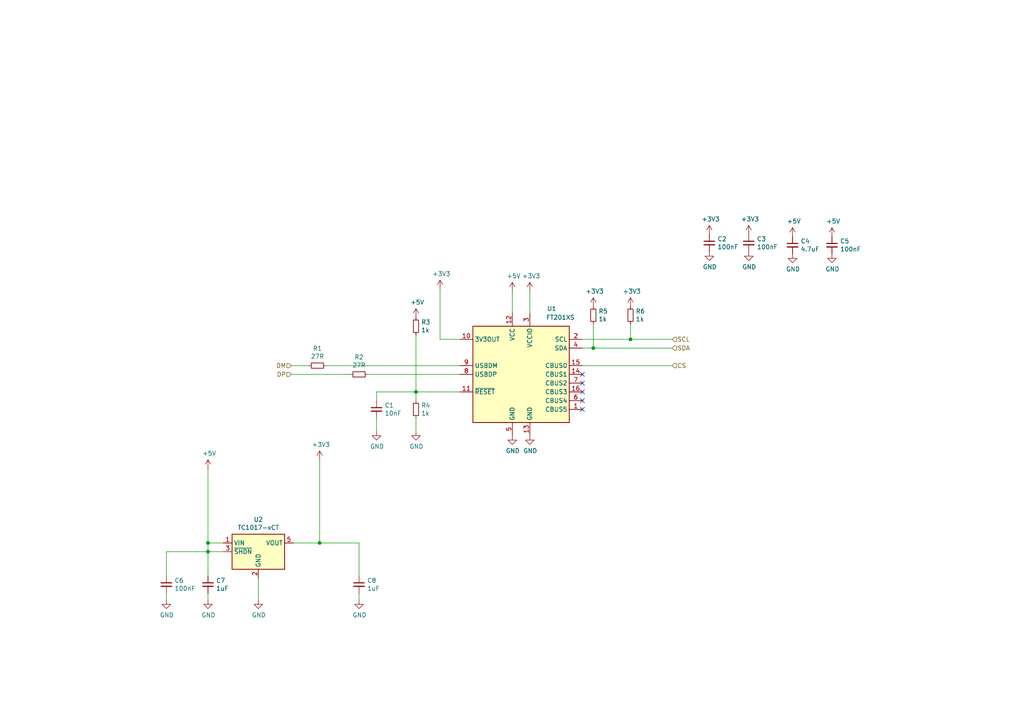
<source format=kicad_sch>
(kicad_sch (version 20211123) (generator eeschema)

  (uuid 32667662-ae86-4904-b198-3e95f11851bf)

  (paper "A4")

  (lib_symbols
    (symbol "Device:C_Small" (pin_numbers hide) (pin_names (offset 0.254) hide) (in_bom yes) (on_board yes)
      (property "Reference" "C" (id 0) (at 0.254 1.778 0)
        (effects (font (size 1.27 1.27)) (justify left))
      )
      (property "Value" "C_Small" (id 1) (at 0.254 -2.032 0)
        (effects (font (size 1.27 1.27)) (justify left))
      )
      (property "Footprint" "" (id 2) (at 0 0 0)
        (effects (font (size 1.27 1.27)) hide)
      )
      (property "Datasheet" "~" (id 3) (at 0 0 0)
        (effects (font (size 1.27 1.27)) hide)
      )
      (property "ki_keywords" "capacitor cap" (id 4) (at 0 0 0)
        (effects (font (size 1.27 1.27)) hide)
      )
      (property "ki_description" "Unpolarized capacitor, small symbol" (id 5) (at 0 0 0)
        (effects (font (size 1.27 1.27)) hide)
      )
      (property "ki_fp_filters" "C_*" (id 6) (at 0 0 0)
        (effects (font (size 1.27 1.27)) hide)
      )
      (symbol "C_Small_0_1"
        (polyline
          (pts
            (xy -1.524 -0.508)
            (xy 1.524 -0.508)
          )
          (stroke (width 0.3302) (type default) (color 0 0 0 0))
          (fill (type none))
        )
        (polyline
          (pts
            (xy -1.524 0.508)
            (xy 1.524 0.508)
          )
          (stroke (width 0.3048) (type default) (color 0 0 0 0))
          (fill (type none))
        )
      )
      (symbol "C_Small_1_1"
        (pin passive line (at 0 2.54 270) (length 2.032)
          (name "~" (effects (font (size 1.27 1.27))))
          (number "1" (effects (font (size 1.27 1.27))))
        )
        (pin passive line (at 0 -2.54 90) (length 2.032)
          (name "~" (effects (font (size 1.27 1.27))))
          (number "2" (effects (font (size 1.27 1.27))))
        )
      )
    )
    (symbol "Device:R_Small" (pin_numbers hide) (pin_names (offset 0.254) hide) (in_bom yes) (on_board yes)
      (property "Reference" "R" (id 0) (at 0.762 0.508 0)
        (effects (font (size 1.27 1.27)) (justify left))
      )
      (property "Value" "R_Small" (id 1) (at 0.762 -1.016 0)
        (effects (font (size 1.27 1.27)) (justify left))
      )
      (property "Footprint" "" (id 2) (at 0 0 0)
        (effects (font (size 1.27 1.27)) hide)
      )
      (property "Datasheet" "~" (id 3) (at 0 0 0)
        (effects (font (size 1.27 1.27)) hide)
      )
      (property "ki_keywords" "R resistor" (id 4) (at 0 0 0)
        (effects (font (size 1.27 1.27)) hide)
      )
      (property "ki_description" "Resistor, small symbol" (id 5) (at 0 0 0)
        (effects (font (size 1.27 1.27)) hide)
      )
      (property "ki_fp_filters" "R_*" (id 6) (at 0 0 0)
        (effects (font (size 1.27 1.27)) hide)
      )
      (symbol "R_Small_0_1"
        (rectangle (start -0.762 1.778) (end 0.762 -1.778)
          (stroke (width 0.2032) (type default) (color 0 0 0 0))
          (fill (type none))
        )
      )
      (symbol "R_Small_1_1"
        (pin passive line (at 0 2.54 270) (length 0.762)
          (name "~" (effects (font (size 1.27 1.27))))
          (number "1" (effects (font (size 1.27 1.27))))
        )
        (pin passive line (at 0 -2.54 90) (length 0.762)
          (name "~" (effects (font (size 1.27 1.27))))
          (number "2" (effects (font (size 1.27 1.27))))
        )
      )
    )
    (symbol "Interface_USB:FT201XS" (in_bom yes) (on_board yes)
      (property "Reference" "U" (id 0) (at -13.97 15.24 0)
        (effects (font (size 1.27 1.27)) (justify left))
      )
      (property "Value" "FT201XS" (id 1) (at 7.62 15.24 0)
        (effects (font (size 1.27 1.27)) (justify left))
      )
      (property "Footprint" "Package_SO:SSOP-16_3.9x4.9mm_P0.635mm" (id 2) (at 25.4 -15.24 0)
        (effects (font (size 1.27 1.27)) hide)
      )
      (property "Datasheet" "https://www.ftdichip.com/Support/Documents/DataSheets/ICs/DS_FT201X.pdf" (id 3) (at 0 0 0)
        (effects (font (size 1.27 1.27)) hide)
      )
      (property "ki_keywords" "FTDI USB I2C Interface Converter" (id 4) (at 0 0 0)
        (effects (font (size 1.27 1.27)) hide)
      )
      (property "ki_description" "Full Speed USB to I2C Bridge, SSOP-16" (id 5) (at 0 0 0)
        (effects (font (size 1.27 1.27)) hide)
      )
      (property "ki_fp_filters" "SSOP*3.9x4.9mm*P0.635mm*" (id 6) (at 0 0 0)
        (effects (font (size 1.27 1.27)) hide)
      )
      (symbol "FT201XS_0_1"
        (rectangle (start -13.97 13.97) (end 13.97 -13.97)
          (stroke (width 0.254) (type default) (color 0 0 0 0))
          (fill (type background))
        )
      )
      (symbol "FT201XS_1_1"
        (pin bidirectional line (at 17.78 -10.16 180) (length 3.81)
          (name "CBUS5" (effects (font (size 1.27 1.27))))
          (number "1" (effects (font (size 1.27 1.27))))
        )
        (pin power_out line (at -17.78 10.16 0) (length 3.81)
          (name "3V3OUT" (effects (font (size 1.27 1.27))))
          (number "10" (effects (font (size 1.27 1.27))))
        )
        (pin input line (at -17.78 -5.08 0) (length 3.81)
          (name "~{RESET}" (effects (font (size 1.27 1.27))))
          (number "11" (effects (font (size 1.27 1.27))))
        )
        (pin power_in line (at -2.54 17.78 270) (length 3.81)
          (name "VCC" (effects (font (size 1.27 1.27))))
          (number "12" (effects (font (size 1.27 1.27))))
        )
        (pin power_in line (at 2.54 -17.78 90) (length 3.81)
          (name "GND" (effects (font (size 1.27 1.27))))
          (number "13" (effects (font (size 1.27 1.27))))
        )
        (pin bidirectional line (at 17.78 0 180) (length 3.81)
          (name "CBUS1" (effects (font (size 1.27 1.27))))
          (number "14" (effects (font (size 1.27 1.27))))
        )
        (pin bidirectional line (at 17.78 2.54 180) (length 3.81)
          (name "CBUS0" (effects (font (size 1.27 1.27))))
          (number "15" (effects (font (size 1.27 1.27))))
        )
        (pin bidirectional line (at 17.78 -5.08 180) (length 3.81)
          (name "CBUS3" (effects (font (size 1.27 1.27))))
          (number "16" (effects (font (size 1.27 1.27))))
        )
        (pin input line (at 17.78 10.16 180) (length 3.81)
          (name "SCL" (effects (font (size 1.27 1.27))))
          (number "2" (effects (font (size 1.27 1.27))))
        )
        (pin power_out line (at 2.54 17.78 270) (length 3.81)
          (name "VCCIO" (effects (font (size 1.27 1.27))))
          (number "3" (effects (font (size 1.27 1.27))))
        )
        (pin bidirectional line (at 17.78 7.62 180) (length 3.81)
          (name "SDA" (effects (font (size 1.27 1.27))))
          (number "4" (effects (font (size 1.27 1.27))))
        )
        (pin power_in line (at -2.54 -17.78 90) (length 3.81)
          (name "GND" (effects (font (size 1.27 1.27))))
          (number "5" (effects (font (size 1.27 1.27))))
        )
        (pin bidirectional line (at 17.78 -7.62 180) (length 3.81)
          (name "CBUS4" (effects (font (size 1.27 1.27))))
          (number "6" (effects (font (size 1.27 1.27))))
        )
        (pin bidirectional line (at 17.78 -2.54 180) (length 3.81)
          (name "CBUS2" (effects (font (size 1.27 1.27))))
          (number "7" (effects (font (size 1.27 1.27))))
        )
        (pin bidirectional line (at -17.78 0 0) (length 3.81)
          (name "USBDP" (effects (font (size 1.27 1.27))))
          (number "8" (effects (font (size 1.27 1.27))))
        )
        (pin bidirectional line (at -17.78 2.54 0) (length 3.81)
          (name "USBDM" (effects (font (size 1.27 1.27))))
          (number "9" (effects (font (size 1.27 1.27))))
        )
      )
    )
    (symbol "Regulator_Linear:TC1017-xCT" (in_bom yes) (on_board yes)
      (property "Reference" "U" (id 0) (at -6.35 6.35 0)
        (effects (font (size 1.27 1.27)) (justify left))
      )
      (property "Value" "TC1017-xCT" (id 1) (at 0 6.35 0)
        (effects (font (size 1.27 1.27)) (justify left))
      )
      (property "Footprint" "Package_TO_SOT_SMD:SOT-23-5" (id 2) (at -6.35 8.89 0)
        (effects (font (size 1.27 1.27) italic) (justify left) hide)
      )
      (property "Datasheet" "http://ww1.microchip.com/downloads/en/DeviceDoc/21813F.pdf" (id 3) (at 0 -2.54 0)
        (effects (font (size 1.27 1.27)) hide)
      )
      (property "ki_keywords" "LDO Linear Voltage Regulator" (id 4) (at 0 0 0)
        (effects (font (size 1.27 1.27)) hide)
      )
      (property "ki_description" "150mA, Tiny CMOS LDO With Shutdown, SOT-23-5" (id 5) (at 0 0 0)
        (effects (font (size 1.27 1.27)) hide)
      )
      (property "ki_fp_filters" "SOT?23*" (id 6) (at 0 0 0)
        (effects (font (size 1.27 1.27)) hide)
      )
      (symbol "TC1017-xCT_0_1"
        (rectangle (start -7.62 5.08) (end 7.62 -5.08)
          (stroke (width 0.254) (type default) (color 0 0 0 0))
          (fill (type background))
        )
      )
      (symbol "TC1017-xCT_1_1"
        (pin power_in line (at -10.16 2.54 0) (length 2.54)
          (name "VIN" (effects (font (size 1.27 1.27))))
          (number "1" (effects (font (size 1.27 1.27))))
        )
        (pin power_in line (at 0 -7.62 90) (length 2.54)
          (name "GND" (effects (font (size 1.27 1.27))))
          (number "2" (effects (font (size 1.27 1.27))))
        )
        (pin input line (at -10.16 0 0) (length 2.54)
          (name "~{SHDN}" (effects (font (size 1.27 1.27))))
          (number "3" (effects (font (size 1.27 1.27))))
        )
        (pin no_connect line (at 7.62 0 180) (length 2.54) hide
          (name "NC" (effects (font (size 1.27 1.27))))
          (number "4" (effects (font (size 1.27 1.27))))
        )
        (pin power_out line (at 10.16 2.54 180) (length 2.54)
          (name "VOUT" (effects (font (size 1.27 1.27))))
          (number "5" (effects (font (size 1.27 1.27))))
        )
      )
    )
    (symbol "power:+3.3V" (power) (pin_names (offset 0)) (in_bom yes) (on_board yes)
      (property "Reference" "#PWR" (id 0) (at 0 -3.81 0)
        (effects (font (size 1.27 1.27)) hide)
      )
      (property "Value" "+3.3V" (id 1) (at 0 3.556 0)
        (effects (font (size 1.27 1.27)))
      )
      (property "Footprint" "" (id 2) (at 0 0 0)
        (effects (font (size 1.27 1.27)) hide)
      )
      (property "Datasheet" "" (id 3) (at 0 0 0)
        (effects (font (size 1.27 1.27)) hide)
      )
      (property "ki_keywords" "power-flag" (id 4) (at 0 0 0)
        (effects (font (size 1.27 1.27)) hide)
      )
      (property "ki_description" "Power symbol creates a global label with name \"+3.3V\"" (id 5) (at 0 0 0)
        (effects (font (size 1.27 1.27)) hide)
      )
      (symbol "+3.3V_0_1"
        (polyline
          (pts
            (xy -0.762 1.27)
            (xy 0 2.54)
          )
          (stroke (width 0) (type default) (color 0 0 0 0))
          (fill (type none))
        )
        (polyline
          (pts
            (xy 0 0)
            (xy 0 2.54)
          )
          (stroke (width 0) (type default) (color 0 0 0 0))
          (fill (type none))
        )
        (polyline
          (pts
            (xy 0 2.54)
            (xy 0.762 1.27)
          )
          (stroke (width 0) (type default) (color 0 0 0 0))
          (fill (type none))
        )
      )
      (symbol "+3.3V_1_1"
        (pin power_in line (at 0 0 90) (length 0) hide
          (name "+3V3" (effects (font (size 1.27 1.27))))
          (number "1" (effects (font (size 1.27 1.27))))
        )
      )
    )
    (symbol "power:+5V" (power) (pin_names (offset 0)) (in_bom yes) (on_board yes)
      (property "Reference" "#PWR" (id 0) (at 0 -3.81 0)
        (effects (font (size 1.27 1.27)) hide)
      )
      (property "Value" "+5V" (id 1) (at 0 3.556 0)
        (effects (font (size 1.27 1.27)))
      )
      (property "Footprint" "" (id 2) (at 0 0 0)
        (effects (font (size 1.27 1.27)) hide)
      )
      (property "Datasheet" "" (id 3) (at 0 0 0)
        (effects (font (size 1.27 1.27)) hide)
      )
      (property "ki_keywords" "power-flag" (id 4) (at 0 0 0)
        (effects (font (size 1.27 1.27)) hide)
      )
      (property "ki_description" "Power symbol creates a global label with name \"+5V\"" (id 5) (at 0 0 0)
        (effects (font (size 1.27 1.27)) hide)
      )
      (symbol "+5V_0_1"
        (polyline
          (pts
            (xy -0.762 1.27)
            (xy 0 2.54)
          )
          (stroke (width 0) (type default) (color 0 0 0 0))
          (fill (type none))
        )
        (polyline
          (pts
            (xy 0 0)
            (xy 0 2.54)
          )
          (stroke (width 0) (type default) (color 0 0 0 0))
          (fill (type none))
        )
        (polyline
          (pts
            (xy 0 2.54)
            (xy 0.762 1.27)
          )
          (stroke (width 0) (type default) (color 0 0 0 0))
          (fill (type none))
        )
      )
      (symbol "+5V_1_1"
        (pin power_in line (at 0 0 90) (length 0) hide
          (name "+5V" (effects (font (size 1.27 1.27))))
          (number "1" (effects (font (size 1.27 1.27))))
        )
      )
    )
    (symbol "power:GND" (power) (pin_names (offset 0)) (in_bom yes) (on_board yes)
      (property "Reference" "#PWR" (id 0) (at 0 -6.35 0)
        (effects (font (size 1.27 1.27)) hide)
      )
      (property "Value" "GND" (id 1) (at 0 -3.81 0)
        (effects (font (size 1.27 1.27)))
      )
      (property "Footprint" "" (id 2) (at 0 0 0)
        (effects (font (size 1.27 1.27)) hide)
      )
      (property "Datasheet" "" (id 3) (at 0 0 0)
        (effects (font (size 1.27 1.27)) hide)
      )
      (property "ki_keywords" "power-flag" (id 4) (at 0 0 0)
        (effects (font (size 1.27 1.27)) hide)
      )
      (property "ki_description" "Power symbol creates a global label with name \"GND\" , ground" (id 5) (at 0 0 0)
        (effects (font (size 1.27 1.27)) hide)
      )
      (symbol "GND_0_1"
        (polyline
          (pts
            (xy 0 0)
            (xy 0 -1.27)
            (xy 1.27 -1.27)
            (xy 0 -2.54)
            (xy -1.27 -1.27)
            (xy 0 -1.27)
          )
          (stroke (width 0) (type default) (color 0 0 0 0))
          (fill (type none))
        )
      )
      (symbol "GND_1_1"
        (pin power_in line (at 0 0 270) (length 0) hide
          (name "GND" (effects (font (size 1.27 1.27))))
          (number "1" (effects (font (size 1.27 1.27))))
        )
      )
    )
  )

  (junction (at 120.65 113.665) (diameter 0) (color 0 0 0 0)
    (uuid 0b21a65d-d20b-411e-920a-75c343ac5136)
  )
  (junction (at 182.88 98.425) (diameter 0) (color 0 0 0 0)
    (uuid 2e642b3e-a476-4c54-9a52-dcea955640cd)
  )
  (junction (at 60.325 160.02) (diameter 0) (color 0 0 0 0)
    (uuid bf82b42a-a195-4eb4-bdc9-32051285809a)
  )
  (junction (at 172.085 100.965) (diameter 0) (color 0 0 0 0)
    (uuid d8603679-3e7b-4337-8dbc-1827f5f54d8a)
  )
  (junction (at 92.71 157.48) (diameter 0) (color 0 0 0 0)
    (uuid df30d724-29bd-4fca-94c0-2abc83b0aadd)
  )
  (junction (at 60.325 157.48) (diameter 0) (color 0 0 0 0)
    (uuid e3501112-fd7f-498b-9930-3359d2d9d12a)
  )

  (no_connect (at 168.91 108.585) (uuid 0755aee5-bc01-4cb5-b830-583289df50a3))
  (no_connect (at 168.91 111.125) (uuid 4fb21471-41be-4be8-9687-66030f97befc))
  (no_connect (at 168.91 118.745) (uuid 70e15522-1572-4451-9c0d-6d36ac70d8c6))
  (no_connect (at 168.91 113.665) (uuid 7599133e-c681-4202-85d9-c20dac196c64))
  (no_connect (at 168.91 116.205) (uuid dde51ae5-b215-445e-92bb-4a12ec410531))

  (wire (pts (xy 120.65 116.205) (xy 120.65 113.665))
    (stroke (width 0) (type default) (color 0 0 0 0))
    (uuid 0f22151c-f260-4674-b486-4710a2c42a55)
  )
  (wire (pts (xy 127.635 98.425) (xy 133.35 98.425))
    (stroke (width 0) (type default) (color 0 0 0 0))
    (uuid 127679a9-3981-4934-815e-896a4e3ff56e)
  )
  (wire (pts (xy 104.14 157.48) (xy 104.14 167.005))
    (stroke (width 0) (type default) (color 0 0 0 0))
    (uuid 15a3d97d-ed1a-4a25-b350-03b9ef8c96e1)
  )
  (wire (pts (xy 109.22 113.665) (xy 120.65 113.665))
    (stroke (width 0) (type default) (color 0 0 0 0))
    (uuid 1bf544e3-5940-4576-9291-2464e95c0ee2)
  )
  (wire (pts (xy 172.085 93.98) (xy 172.085 100.965))
    (stroke (width 0) (type default) (color 0 0 0 0))
    (uuid 1e1b062d-fad0-427c-a622-c5b8a80b5268)
  )
  (wire (pts (xy 64.77 160.02) (xy 60.325 160.02))
    (stroke (width 0) (type default) (color 0 0 0 0))
    (uuid 20078f93-d2b9-4c42-b896-df9420ece547)
  )
  (wire (pts (xy 104.14 173.99) (xy 104.14 172.085))
    (stroke (width 0) (type default) (color 0 0 0 0))
    (uuid 2aea1b5c-7ac2-47a6-9af5-52eba477a2a1)
  )
  (wire (pts (xy 172.085 100.965) (xy 168.91 100.965))
    (stroke (width 0) (type default) (color 0 0 0 0))
    (uuid 30f15357-ce1d-48b9-93dc-7d9b1b2aa048)
  )
  (wire (pts (xy 120.65 113.665) (xy 120.65 97.155))
    (stroke (width 0) (type default) (color 0 0 0 0))
    (uuid 3cd1bda0-18db-417d-b581-a0c50623df68)
  )
  (wire (pts (xy 109.22 125.095) (xy 109.22 121.285))
    (stroke (width 0) (type default) (color 0 0 0 0))
    (uuid 42713045-fffd-4b2d-ae1e-7232d705fb12)
  )
  (wire (pts (xy 153.67 90.805) (xy 153.67 84.455))
    (stroke (width 0) (type default) (color 0 0 0 0))
    (uuid 48ab88d7-7084-4d02-b109-3ad55a30bb11)
  )
  (wire (pts (xy 120.65 125.095) (xy 120.65 121.285))
    (stroke (width 0) (type default) (color 0 0 0 0))
    (uuid 4c8eb964-bdf4-44de-90e9-e2ab82dd5313)
  )
  (wire (pts (xy 182.88 98.425) (xy 194.945 98.425))
    (stroke (width 0) (type default) (color 0 0 0 0))
    (uuid 5038e144-5119-49db-b6cf-f7c345f1cf03)
  )
  (wire (pts (xy 74.93 173.99) (xy 74.93 167.64))
    (stroke (width 0) (type default) (color 0 0 0 0))
    (uuid 54c1454c-dcd3-4fa2-815f-ed4abd76334b)
  )
  (wire (pts (xy 89.535 106.045) (xy 84.455 106.045))
    (stroke (width 0) (type default) (color 0 0 0 0))
    (uuid 6d26d68f-1ca7-4ff3-b058-272f1c399047)
  )
  (wire (pts (xy 127.635 83.82) (xy 127.635 98.425))
    (stroke (width 0) (type default) (color 0 0 0 0))
    (uuid 716e31c5-485f-40b5-88e3-a75900da9811)
  )
  (wire (pts (xy 48.26 160.02) (xy 60.325 160.02))
    (stroke (width 0) (type default) (color 0 0 0 0))
    (uuid 7332a5a7-6dad-477b-9ce8-e9506b6dbc22)
  )
  (wire (pts (xy 48.26 167.005) (xy 48.26 160.02))
    (stroke (width 0) (type default) (color 0 0 0 0))
    (uuid 7bf30774-fef9-4272-8138-99ea80605024)
  )
  (wire (pts (xy 64.77 157.48) (xy 60.325 157.48))
    (stroke (width 0) (type default) (color 0 0 0 0))
    (uuid 8624882a-304e-401b-84c2-a6f5234be1b9)
  )
  (wire (pts (xy 182.88 93.98) (xy 182.88 98.425))
    (stroke (width 0) (type default) (color 0 0 0 0))
    (uuid 87371631-aa02-498a-998a-09bdb74784c1)
  )
  (wire (pts (xy 133.35 106.045) (xy 94.615 106.045))
    (stroke (width 0) (type default) (color 0 0 0 0))
    (uuid 911bdcbe-493f-4e21-a506-7cbc636e2c17)
  )
  (wire (pts (xy 106.68 108.585) (xy 133.35 108.585))
    (stroke (width 0) (type default) (color 0 0 0 0))
    (uuid 9f8381e9-3077-4453-a480-a01ad9c1a940)
  )
  (wire (pts (xy 48.26 173.99) (xy 48.26 172.085))
    (stroke (width 0) (type default) (color 0 0 0 0))
    (uuid a759be10-7d4d-49ed-bc1c-e747d4903852)
  )
  (wire (pts (xy 60.325 160.02) (xy 60.325 157.48))
    (stroke (width 0) (type default) (color 0 0 0 0))
    (uuid b2329e83-cade-47a6-a2a0-79deed6fdd99)
  )
  (wire (pts (xy 168.91 98.425) (xy 182.88 98.425))
    (stroke (width 0) (type default) (color 0 0 0 0))
    (uuid bb7f0588-d4d8-44bf-9ebf-3c533fe4d6ae)
  )
  (wire (pts (xy 109.22 116.205) (xy 109.22 113.665))
    (stroke (width 0) (type default) (color 0 0 0 0))
    (uuid c0515cd2-cdaa-467e-8354-0f6eadfa35c9)
  )
  (wire (pts (xy 84.455 108.585) (xy 101.6 108.585))
    (stroke (width 0) (type default) (color 0 0 0 0))
    (uuid d3d7e298-1d39-4294-a3ab-c84cc0dc5e5a)
  )
  (wire (pts (xy 60.325 173.99) (xy 60.325 172.085))
    (stroke (width 0) (type default) (color 0 0 0 0))
    (uuid d4c681da-6a47-4bc8-8a9e-cb7dc5f71660)
  )
  (wire (pts (xy 60.325 157.48) (xy 60.325 135.89))
    (stroke (width 0) (type default) (color 0 0 0 0))
    (uuid db71f70d-7d55-457f-a4fd-ae1309808fc0)
  )
  (wire (pts (xy 148.59 84.455) (xy 148.59 90.805))
    (stroke (width 0) (type default) (color 0 0 0 0))
    (uuid e21aa84b-970e-47cf-b64f-3b55ee0e1b51)
  )
  (wire (pts (xy 92.71 157.48) (xy 104.14 157.48))
    (stroke (width 0) (type default) (color 0 0 0 0))
    (uuid e3257853-315f-4aca-acfa-07235d826076)
  )
  (wire (pts (xy 194.945 106.045) (xy 168.91 106.045))
    (stroke (width 0) (type default) (color 0 0 0 0))
    (uuid ec31c074-17b2-48e1-ab01-071acad3fa04)
  )
  (wire (pts (xy 194.945 100.965) (xy 172.085 100.965))
    (stroke (width 0) (type default) (color 0 0 0 0))
    (uuid f1830a1b-f0cc-47ae-a2c9-679c82032f14)
  )
  (wire (pts (xy 85.09 157.48) (xy 92.71 157.48))
    (stroke (width 0) (type default) (color 0 0 0 0))
    (uuid f19c0bc9-4cf1-40b6-a87e-3c5b155fe500)
  )
  (wire (pts (xy 60.325 167.005) (xy 60.325 160.02))
    (stroke (width 0) (type default) (color 0 0 0 0))
    (uuid fb555eb3-6a72-4f94-91f9-3b5b3374e060)
  )
  (wire (pts (xy 133.35 113.665) (xy 120.65 113.665))
    (stroke (width 0) (type default) (color 0 0 0 0))
    (uuid fe8d9267-7834-48d6-a191-c8724b2ee78d)
  )
  (wire (pts (xy 92.71 157.48) (xy 92.71 133.35))
    (stroke (width 0) (type default) (color 0 0 0 0))
    (uuid ffa94d6d-c5db-4bd3-a7a8-10e2fc6ae780)
  )

  (hierarchical_label "DM" (shape input) (at 84.455 106.045 180)
    (effects (font (size 1.27 1.27)) (justify right))
    (uuid 03caada9-9e22-4e2d-9035-b15433dfbb17)
  )
  (hierarchical_label "DP" (shape input) (at 84.455 108.585 180)
    (effects (font (size 1.27 1.27)) (justify right))
    (uuid 1f3003e6-dce5-420f-906b-3f1e92b67249)
  )
  (hierarchical_label "SDA" (shape input) (at 194.945 100.965 0)
    (effects (font (size 1.27 1.27)) (justify left))
    (uuid 3f5fe6b7-98fc-4d3e-9567-f9f7202d1455)
  )
  (hierarchical_label "CS" (shape input) (at 194.945 106.045 0)
    (effects (font (size 1.27 1.27)) (justify left))
    (uuid 4a21e717-d46d-4d9e-8b98-af4ecb02d3ec)
  )
  (hierarchical_label "SCL" (shape input) (at 194.945 98.425 0)
    (effects (font (size 1.27 1.27)) (justify left))
    (uuid 5cbb5968-dbb5-4b84-864a-ead1cacf75b9)
  )

  (symbol (lib_id "power:GND") (at 148.59 126.365 0) (unit 1)
    (in_bom yes) (on_board yes)
    (uuid 00000000-0000-0000-0000-0000603a98a1)
    (property "Reference" "#PWR0102" (id 0) (at 148.59 132.715 0)
      (effects (font (size 1.27 1.27)) hide)
    )
    (property "Value" "GND" (id 1) (at 148.717 130.7592 0))
    (property "Footprint" "" (id 2) (at 148.59 126.365 0)
      (effects (font (size 1.27 1.27)) hide)
    )
    (property "Datasheet" "" (id 3) (at 148.59 126.365 0)
      (effects (font (size 1.27 1.27)) hide)
    )
    (pin "1" (uuid 3c12b9e7-97c8-4778-8ff9-1dcd3ffbfa77))
  )

  (symbol (lib_id "power:GND") (at 153.67 126.365 0) (unit 1)
    (in_bom yes) (on_board yes)
    (uuid 00000000-0000-0000-0000-0000603aa012)
    (property "Reference" "#PWR0103" (id 0) (at 153.67 132.715 0)
      (effects (font (size 1.27 1.27)) hide)
    )
    (property "Value" "GND" (id 1) (at 153.797 130.7592 0))
    (property "Footprint" "" (id 2) (at 153.67 126.365 0)
      (effects (font (size 1.27 1.27)) hide)
    )
    (property "Datasheet" "" (id 3) (at 153.67 126.365 0)
      (effects (font (size 1.27 1.27)) hide)
    )
    (pin "1" (uuid 0bc2f6dc-1b32-418f-91ab-91898978e575))
  )

  (symbol (lib_id "Device:R_Small") (at 172.085 91.44 0) (unit 1)
    (in_bom yes) (on_board yes)
    (uuid 00000000-0000-0000-0000-0000603aa95a)
    (property "Reference" "R5" (id 0) (at 173.5836 90.2716 0)
      (effects (font (size 1.27 1.27)) (justify left))
    )
    (property "Value" "1k" (id 1) (at 173.5836 92.583 0)
      (effects (font (size 1.27 1.27)) (justify left))
    )
    (property "Footprint" "Resistor_SMD:R_0603_1608Metric" (id 2) (at 172.085 91.44 0)
      (effects (font (size 1.27 1.27)) hide)
    )
    (property "Datasheet" "~" (id 3) (at 172.085 91.44 0)
      (effects (font (size 1.27 1.27)) hide)
    )
    (pin "1" (uuid c0b064e6-cf2a-41f8-984a-22ca0e40e6f5))
    (pin "2" (uuid 0b0e4e06-5e3d-4a1f-a0e9-f4d89c90692f))
  )

  (symbol (lib_id "Device:R_Small") (at 182.88 91.44 0) (unit 1)
    (in_bom yes) (on_board yes)
    (uuid 00000000-0000-0000-0000-0000603aafa9)
    (property "Reference" "R6" (id 0) (at 184.3786 90.2716 0)
      (effects (font (size 1.27 1.27)) (justify left))
    )
    (property "Value" "1k" (id 1) (at 184.3786 92.583 0)
      (effects (font (size 1.27 1.27)) (justify left))
    )
    (property "Footprint" "Resistor_SMD:R_0603_1608Metric" (id 2) (at 182.88 91.44 0)
      (effects (font (size 1.27 1.27)) hide)
    )
    (property "Datasheet" "~" (id 3) (at 182.88 91.44 0)
      (effects (font (size 1.27 1.27)) hide)
    )
    (pin "1" (uuid 6bb2e188-fcfa-466e-af33-ec436d238245))
    (pin "2" (uuid 9fbc9d84-4a3d-4b63-b1f4-b4dd3ec849e9))
  )

  (symbol (lib_id "power:+3.3V") (at 172.085 88.9 0) (unit 1)
    (in_bom yes) (on_board yes)
    (uuid 00000000-0000-0000-0000-0000603ab4fd)
    (property "Reference" "#PWR0104" (id 0) (at 172.085 92.71 0)
      (effects (font (size 1.27 1.27)) hide)
    )
    (property "Value" "+3.3V" (id 1) (at 172.466 84.5058 0))
    (property "Footprint" "" (id 2) (at 172.085 88.9 0)
      (effects (font (size 1.27 1.27)) hide)
    )
    (property "Datasheet" "" (id 3) (at 172.085 88.9 0)
      (effects (font (size 1.27 1.27)) hide)
    )
    (pin "1" (uuid 8ccf3c79-fdd6-474e-9064-591c2b86ece7))
  )

  (symbol (lib_id "power:+3.3V") (at 182.88 88.9 0) (unit 1)
    (in_bom yes) (on_board yes)
    (uuid 00000000-0000-0000-0000-0000603abee0)
    (property "Reference" "#PWR0105" (id 0) (at 182.88 92.71 0)
      (effects (font (size 1.27 1.27)) hide)
    )
    (property "Value" "+3.3V" (id 1) (at 183.261 84.5058 0))
    (property "Footprint" "" (id 2) (at 182.88 88.9 0)
      (effects (font (size 1.27 1.27)) hide)
    )
    (property "Datasheet" "" (id 3) (at 182.88 88.9 0)
      (effects (font (size 1.27 1.27)) hide)
    )
    (pin "1" (uuid f55818e7-6952-4d1a-b769-53676d534ac7))
  )

  (symbol (lib_id "power:+3.3V") (at 153.67 84.455 0) (unit 1)
    (in_bom yes) (on_board yes)
    (uuid 00000000-0000-0000-0000-0000603ac557)
    (property "Reference" "#PWR0106" (id 0) (at 153.67 88.265 0)
      (effects (font (size 1.27 1.27)) hide)
    )
    (property "Value" "+3.3V" (id 1) (at 154.051 80.0608 0))
    (property "Footprint" "" (id 2) (at 153.67 84.455 0)
      (effects (font (size 1.27 1.27)) hide)
    )
    (property "Datasheet" "" (id 3) (at 153.67 84.455 0)
      (effects (font (size 1.27 1.27)) hide)
    )
    (pin "1" (uuid 3017ff5a-a688-458b-bc91-2b91ea1e010c))
  )

  (symbol (lib_id "power:+3.3V") (at 127.635 83.82 0) (unit 1)
    (in_bom yes) (on_board yes)
    (uuid 00000000-0000-0000-0000-0000603ad065)
    (property "Reference" "#PWR0107" (id 0) (at 127.635 87.63 0)
      (effects (font (size 1.27 1.27)) hide)
    )
    (property "Value" "+3.3V" (id 1) (at 128.016 79.4258 0))
    (property "Footprint" "" (id 2) (at 127.635 83.82 0)
      (effects (font (size 1.27 1.27)) hide)
    )
    (property "Datasheet" "" (id 3) (at 127.635 83.82 0)
      (effects (font (size 1.27 1.27)) hide)
    )
    (pin "1" (uuid e78af261-e770-4c72-a0c3-180fe00974d2))
  )

  (symbol (lib_id "Interface_USB:FT201XS") (at 151.13 108.585 0) (unit 1)
    (in_bom yes) (on_board yes)
    (uuid 00000000-0000-0000-0000-0000603ae2af)
    (property "Reference" "U1" (id 0) (at 160.02 89.535 0))
    (property "Value" "FT201XS" (id 1) (at 162.56 92.075 0))
    (property "Footprint" "Package_SO:SSOP-16_3.9x4.9mm_P0.635mm" (id 2) (at 176.53 123.825 0)
      (effects (font (size 1.27 1.27)) hide)
    )
    (property "Datasheet" "https://www.ftdichip.com/Support/Documents/DataSheets/ICs/DS_FT201X.pdf" (id 3) (at 151.13 108.585 0)
      (effects (font (size 1.27 1.27)) hide)
    )
    (property "MPN" "FT201XS" (id 4) (at 151.13 108.585 0)
      (effects (font (size 1.27 1.27)) hide)
    )
    (pin "1" (uuid eda8dd6b-776b-4c37-9caa-384399f3bf1f))
    (pin "10" (uuid a2c88edb-de77-4fcd-9cc0-119965935e0e))
    (pin "11" (uuid 2fe78e00-e5a1-4316-afef-41db388c5a0e))
    (pin "12" (uuid e78e4c02-edf4-4274-aaca-5bceeb078844))
    (pin "13" (uuid a9954503-95f3-4450-9100-fb8bf25630ac))
    (pin "14" (uuid d682aa65-e29a-46ce-8d4f-dd4934c5442a))
    (pin "15" (uuid 9bb71c85-174b-4e68-b9a7-85735fbf335e))
    (pin "16" (uuid ef6d89e8-baea-4aba-9b87-0c0cc61deae7))
    (pin "2" (uuid 5bd3f15a-7f87-4a76-aa9b-753562cb7685))
    (pin "3" (uuid d9551730-80bd-48ee-bf3f-a3342890e676))
    (pin "4" (uuid d2e4721d-0955-4b34-ac5d-27599b04c077))
    (pin "5" (uuid 0db76d9f-bfa1-4ba2-a00c-8635e5b902ca))
    (pin "6" (uuid cf64d670-6662-45b3-ae8c-a24f393e28a8))
    (pin "7" (uuid 28b810e6-86c9-4816-91ac-c7dd9aeeded4))
    (pin "8" (uuid 4b896d13-4f14-497d-8365-9269eb3a035e))
    (pin "9" (uuid 181378e8-7102-4a44-b001-45175260beb8))
  )

  (symbol (lib_id "Device:R_Small") (at 120.65 94.615 0) (unit 1)
    (in_bom yes) (on_board yes)
    (uuid 00000000-0000-0000-0000-0000603ae4fc)
    (property "Reference" "R3" (id 0) (at 122.1486 93.4466 0)
      (effects (font (size 1.27 1.27)) (justify left))
    )
    (property "Value" "1k" (id 1) (at 122.1486 95.758 0)
      (effects (font (size 1.27 1.27)) (justify left))
    )
    (property "Footprint" "Resistor_SMD:R_0603_1608Metric" (id 2) (at 120.65 94.615 0)
      (effects (font (size 1.27 1.27)) hide)
    )
    (property "Datasheet" "~" (id 3) (at 120.65 94.615 0)
      (effects (font (size 1.27 1.27)) hide)
    )
    (pin "1" (uuid 58ad9e6b-87fb-406b-9e91-c79663704b5d))
    (pin "2" (uuid edca2338-bb9e-4ddb-83b5-70fb952eb8e5))
  )

  (symbol (lib_id "Device:R_Small") (at 120.65 118.745 0) (unit 1)
    (in_bom yes) (on_board yes)
    (uuid 00000000-0000-0000-0000-0000603ae913)
    (property "Reference" "R4" (id 0) (at 122.1486 117.5766 0)
      (effects (font (size 1.27 1.27)) (justify left))
    )
    (property "Value" "1k" (id 1) (at 122.1486 119.888 0)
      (effects (font (size 1.27 1.27)) (justify left))
    )
    (property "Footprint" "Resistor_SMD:R_0603_1608Metric" (id 2) (at 120.65 118.745 0)
      (effects (font (size 1.27 1.27)) hide)
    )
    (property "Datasheet" "~" (id 3) (at 120.65 118.745 0)
      (effects (font (size 1.27 1.27)) hide)
    )
    (pin "1" (uuid c31541b0-05b3-4f9a-a5ca-240448e17a33))
    (pin "2" (uuid 7114252f-4490-4dce-982e-4accb431f84f))
  )

  (symbol (lib_id "power:GND") (at 120.65 125.095 0) (unit 1)
    (in_bom yes) (on_board yes)
    (uuid 00000000-0000-0000-0000-0000603af823)
    (property "Reference" "#PWR0108" (id 0) (at 120.65 131.445 0)
      (effects (font (size 1.27 1.27)) hide)
    )
    (property "Value" "GND" (id 1) (at 120.777 129.4892 0))
    (property "Footprint" "" (id 2) (at 120.65 125.095 0)
      (effects (font (size 1.27 1.27)) hide)
    )
    (property "Datasheet" "" (id 3) (at 120.65 125.095 0)
      (effects (font (size 1.27 1.27)) hide)
    )
    (pin "1" (uuid 15c65522-24fa-4b4d-9b33-0ab7e606bd74))
  )

  (symbol (lib_id "Device:C_Small") (at 109.22 118.745 0) (unit 1)
    (in_bom yes) (on_board yes)
    (uuid 00000000-0000-0000-0000-0000603afe96)
    (property "Reference" "C1" (id 0) (at 111.5568 117.5766 0)
      (effects (font (size 1.27 1.27)) (justify left))
    )
    (property "Value" "10nF" (id 1) (at 111.5568 119.888 0)
      (effects (font (size 1.27 1.27)) (justify left))
    )
    (property "Footprint" "Capacitor_SMD:C_0603_1608Metric" (id 2) (at 109.22 118.745 0)
      (effects (font (size 1.27 1.27)) hide)
    )
    (property "Datasheet" "~" (id 3) (at 109.22 118.745 0)
      (effects (font (size 1.27 1.27)) hide)
    )
    (pin "1" (uuid ae48c831-8775-4671-a20d-037464c16f4d))
    (pin "2" (uuid fb789d35-2164-4089-ab99-307afe88bcea))
  )

  (symbol (lib_id "power:GND") (at 109.22 125.095 0) (unit 1)
    (in_bom yes) (on_board yes)
    (uuid 00000000-0000-0000-0000-0000603b031f)
    (property "Reference" "#PWR0109" (id 0) (at 109.22 131.445 0)
      (effects (font (size 1.27 1.27)) hide)
    )
    (property "Value" "GND" (id 1) (at 109.347 129.4892 0))
    (property "Footprint" "" (id 2) (at 109.22 125.095 0)
      (effects (font (size 1.27 1.27)) hide)
    )
    (property "Datasheet" "" (id 3) (at 109.22 125.095 0)
      (effects (font (size 1.27 1.27)) hide)
    )
    (pin "1" (uuid 7bc6a781-e476-46f0-9b85-c99483575955))
  )

  (symbol (lib_id "Device:C_Small") (at 205.74 70.485 0) (unit 1)
    (in_bom yes) (on_board yes)
    (uuid 00000000-0000-0000-0000-0000603b0cc4)
    (property "Reference" "C2" (id 0) (at 208.0768 69.3166 0)
      (effects (font (size 1.27 1.27)) (justify left))
    )
    (property "Value" "100nF" (id 1) (at 208.0768 71.628 0)
      (effects (font (size 1.27 1.27)) (justify left))
    )
    (property "Footprint" "Capacitor_SMD:C_0603_1608Metric" (id 2) (at 205.74 70.485 0)
      (effects (font (size 1.27 1.27)) hide)
    )
    (property "Datasheet" "~" (id 3) (at 205.74 70.485 0)
      (effects (font (size 1.27 1.27)) hide)
    )
    (pin "1" (uuid 682d5db4-e756-4510-9849-aca6de3105dd))
    (pin "2" (uuid 4da3fa1f-77fd-49c6-99f5-f367e9469b24))
  )

  (symbol (lib_id "power:GND") (at 205.74 73.025 0) (unit 1)
    (in_bom yes) (on_board yes)
    (uuid 00000000-0000-0000-0000-0000603b148c)
    (property "Reference" "#PWR0110" (id 0) (at 205.74 79.375 0)
      (effects (font (size 1.27 1.27)) hide)
    )
    (property "Value" "GND" (id 1) (at 205.867 77.4192 0))
    (property "Footprint" "" (id 2) (at 205.74 73.025 0)
      (effects (font (size 1.27 1.27)) hide)
    )
    (property "Datasheet" "" (id 3) (at 205.74 73.025 0)
      (effects (font (size 1.27 1.27)) hide)
    )
    (pin "1" (uuid 5c74d6fb-45e5-4b04-a6d8-73b55ca609c6))
  )

  (symbol (lib_id "power:+3.3V") (at 205.74 67.945 0) (unit 1)
    (in_bom yes) (on_board yes)
    (uuid 00000000-0000-0000-0000-0000603b1af2)
    (property "Reference" "#PWR0111" (id 0) (at 205.74 71.755 0)
      (effects (font (size 1.27 1.27)) hide)
    )
    (property "Value" "+3.3V" (id 1) (at 206.121 63.5508 0))
    (property "Footprint" "" (id 2) (at 205.74 67.945 0)
      (effects (font (size 1.27 1.27)) hide)
    )
    (property "Datasheet" "" (id 3) (at 205.74 67.945 0)
      (effects (font (size 1.27 1.27)) hide)
    )
    (pin "1" (uuid cef81ed1-b993-44f5-a61c-5035b25226e1))
  )

  (symbol (lib_id "Device:C_Small") (at 217.17 70.485 0) (unit 1)
    (in_bom yes) (on_board yes)
    (uuid 00000000-0000-0000-0000-0000603b2c8f)
    (property "Reference" "C3" (id 0) (at 219.5068 69.3166 0)
      (effects (font (size 1.27 1.27)) (justify left))
    )
    (property "Value" "100nF" (id 1) (at 219.5068 71.628 0)
      (effects (font (size 1.27 1.27)) (justify left))
    )
    (property "Footprint" "Capacitor_SMD:C_0603_1608Metric" (id 2) (at 217.17 70.485 0)
      (effects (font (size 1.27 1.27)) hide)
    )
    (property "Datasheet" "~" (id 3) (at 217.17 70.485 0)
      (effects (font (size 1.27 1.27)) hide)
    )
    (pin "1" (uuid 3c584e0c-6c23-4fdb-8844-8db227a84ff9))
    (pin "2" (uuid ba46e104-3025-4d5a-a13b-aecf6bb18594))
  )

  (symbol (lib_id "power:GND") (at 217.17 73.025 0) (unit 1)
    (in_bom yes) (on_board yes)
    (uuid 00000000-0000-0000-0000-0000603b2c95)
    (property "Reference" "#PWR0112" (id 0) (at 217.17 79.375 0)
      (effects (font (size 1.27 1.27)) hide)
    )
    (property "Value" "GND" (id 1) (at 217.297 77.4192 0))
    (property "Footprint" "" (id 2) (at 217.17 73.025 0)
      (effects (font (size 1.27 1.27)) hide)
    )
    (property "Datasheet" "" (id 3) (at 217.17 73.025 0)
      (effects (font (size 1.27 1.27)) hide)
    )
    (pin "1" (uuid c7d261b6-2a48-49ba-9c79-c0f5dcd4317c))
  )

  (symbol (lib_id "power:+3.3V") (at 217.17 67.945 0) (unit 1)
    (in_bom yes) (on_board yes)
    (uuid 00000000-0000-0000-0000-0000603b2c9b)
    (property "Reference" "#PWR0113" (id 0) (at 217.17 71.755 0)
      (effects (font (size 1.27 1.27)) hide)
    )
    (property "Value" "+3.3V" (id 1) (at 217.551 63.5508 0))
    (property "Footprint" "" (id 2) (at 217.17 67.945 0)
      (effects (font (size 1.27 1.27)) hide)
    )
    (property "Datasheet" "" (id 3) (at 217.17 67.945 0)
      (effects (font (size 1.27 1.27)) hide)
    )
    (pin "1" (uuid 708c28ef-4921-4cc6-86b1-c48e97d4c8b9))
  )

  (symbol (lib_id "Device:C_Small") (at 229.87 71.12 0) (unit 1)
    (in_bom yes) (on_board yes)
    (uuid 00000000-0000-0000-0000-0000603b35d9)
    (property "Reference" "C4" (id 0) (at 232.2068 69.9516 0)
      (effects (font (size 1.27 1.27)) (justify left))
    )
    (property "Value" "4.7uF" (id 1) (at 232.2068 72.263 0)
      (effects (font (size 1.27 1.27)) (justify left))
    )
    (property "Footprint" "Capacitor_SMD:C_0603_1608Metric" (id 2) (at 229.87 71.12 0)
      (effects (font (size 1.27 1.27)) hide)
    )
    (property "Datasheet" "~" (id 3) (at 229.87 71.12 0)
      (effects (font (size 1.27 1.27)) hide)
    )
    (pin "1" (uuid 286f67b7-5dcf-4ade-be2d-b86f731f576a))
    (pin "2" (uuid 6d35cfe8-5269-4a2c-b4c6-fd73a8d951a7))
  )

  (symbol (lib_id "power:GND") (at 229.87 73.66 0) (unit 1)
    (in_bom yes) (on_board yes)
    (uuid 00000000-0000-0000-0000-0000603b35df)
    (property "Reference" "#PWR0114" (id 0) (at 229.87 80.01 0)
      (effects (font (size 1.27 1.27)) hide)
    )
    (property "Value" "GND" (id 1) (at 229.997 78.0542 0))
    (property "Footprint" "" (id 2) (at 229.87 73.66 0)
      (effects (font (size 1.27 1.27)) hide)
    )
    (property "Datasheet" "" (id 3) (at 229.87 73.66 0)
      (effects (font (size 1.27 1.27)) hide)
    )
    (pin "1" (uuid 341a8779-6b9c-452f-a1b0-83caac1916ba))
  )

  (symbol (lib_id "Device:C_Small") (at 241.3 71.12 0) (unit 1)
    (in_bom yes) (on_board yes)
    (uuid 00000000-0000-0000-0000-0000603b3e54)
    (property "Reference" "C5" (id 0) (at 243.6368 69.9516 0)
      (effects (font (size 1.27 1.27)) (justify left))
    )
    (property "Value" "100nF" (id 1) (at 243.6368 72.263 0)
      (effects (font (size 1.27 1.27)) (justify left))
    )
    (property "Footprint" "Capacitor_SMD:C_0603_1608Metric" (id 2) (at 241.3 71.12 0)
      (effects (font (size 1.27 1.27)) hide)
    )
    (property "Datasheet" "~" (id 3) (at 241.3 71.12 0)
      (effects (font (size 1.27 1.27)) hide)
    )
    (pin "1" (uuid f13944df-740c-41ed-9f05-32eea7432ee3))
    (pin "2" (uuid b2333f9a-b72e-4e9a-bc2d-75332f0a14dd))
  )

  (symbol (lib_id "power:GND") (at 241.3 73.66 0) (unit 1)
    (in_bom yes) (on_board yes)
    (uuid 00000000-0000-0000-0000-0000603b3e5a)
    (property "Reference" "#PWR0115" (id 0) (at 241.3 80.01 0)
      (effects (font (size 1.27 1.27)) hide)
    )
    (property "Value" "GND" (id 1) (at 241.427 78.0542 0))
    (property "Footprint" "" (id 2) (at 241.3 73.66 0)
      (effects (font (size 1.27 1.27)) hide)
    )
    (property "Datasheet" "" (id 3) (at 241.3 73.66 0)
      (effects (font (size 1.27 1.27)) hide)
    )
    (pin "1" (uuid 3ec1ebde-e14e-4670-b9c2-20a6c0aee82c))
  )

  (symbol (lib_id "power:+5V") (at 229.87 68.58 0) (unit 1)
    (in_bom yes) (on_board yes)
    (uuid 00000000-0000-0000-0000-0000603b4115)
    (property "Reference" "#PWR0116" (id 0) (at 229.87 72.39 0)
      (effects (font (size 1.27 1.27)) hide)
    )
    (property "Value" "+5V" (id 1) (at 230.251 64.1858 0))
    (property "Footprint" "" (id 2) (at 229.87 68.58 0)
      (effects (font (size 1.27 1.27)) hide)
    )
    (property "Datasheet" "" (id 3) (at 229.87 68.58 0)
      (effects (font (size 1.27 1.27)) hide)
    )
    (pin "1" (uuid 1e3ea05b-dee2-424d-a01d-5110d4e2636a))
  )

  (symbol (lib_id "power:+5V") (at 241.3 68.58 0) (unit 1)
    (in_bom yes) (on_board yes)
    (uuid 00000000-0000-0000-0000-0000603b5214)
    (property "Reference" "#PWR0117" (id 0) (at 241.3 72.39 0)
      (effects (font (size 1.27 1.27)) hide)
    )
    (property "Value" "+5V" (id 1) (at 241.681 64.1858 0))
    (property "Footprint" "" (id 2) (at 241.3 68.58 0)
      (effects (font (size 1.27 1.27)) hide)
    )
    (property "Datasheet" "" (id 3) (at 241.3 68.58 0)
      (effects (font (size 1.27 1.27)) hide)
    )
    (pin "1" (uuid 8ee3ae9a-d445-4107-9a13-399a88aed476))
  )

  (symbol (lib_id "power:+5V") (at 148.59 84.455 0) (unit 1)
    (in_bom yes) (on_board yes)
    (uuid 00000000-0000-0000-0000-0000603b575f)
    (property "Reference" "#PWR0118" (id 0) (at 148.59 88.265 0)
      (effects (font (size 1.27 1.27)) hide)
    )
    (property "Value" "+5V" (id 1) (at 148.971 80.0608 0))
    (property "Footprint" "" (id 2) (at 148.59 84.455 0)
      (effects (font (size 1.27 1.27)) hide)
    )
    (property "Datasheet" "" (id 3) (at 148.59 84.455 0)
      (effects (font (size 1.27 1.27)) hide)
    )
    (pin "1" (uuid a35b849b-99f9-44ef-a71c-43032176d7da))
  )

  (symbol (lib_id "power:+5V") (at 120.65 92.075 0) (unit 1)
    (in_bom yes) (on_board yes)
    (uuid 00000000-0000-0000-0000-0000603b62ea)
    (property "Reference" "#PWR0119" (id 0) (at 120.65 95.885 0)
      (effects (font (size 1.27 1.27)) hide)
    )
    (property "Value" "+5V" (id 1) (at 121.031 87.6808 0))
    (property "Footprint" "" (id 2) (at 120.65 92.075 0)
      (effects (font (size 1.27 1.27)) hide)
    )
    (property "Datasheet" "" (id 3) (at 120.65 92.075 0)
      (effects (font (size 1.27 1.27)) hide)
    )
    (pin "1" (uuid 550b4c3d-d7ae-47ac-897c-516108b07dc8))
  )

  (symbol (lib_id "Device:R_Small") (at 92.075 106.045 90) (unit 1)
    (in_bom yes) (on_board yes)
    (uuid 00000000-0000-0000-0000-0000603b6fc3)
    (property "Reference" "R1" (id 0) (at 92.075 101.0666 90))
    (property "Value" "27R" (id 1) (at 92.075 103.378 90))
    (property "Footprint" "Resistor_SMD:R_0603_1608Metric" (id 2) (at 92.075 106.045 0)
      (effects (font (size 1.27 1.27)) hide)
    )
    (property "Datasheet" "~" (id 3) (at 92.075 106.045 0)
      (effects (font (size 1.27 1.27)) hide)
    )
    (pin "1" (uuid ad785633-1fa5-4259-9e5f-ec4546c55a2a))
    (pin "2" (uuid 5f537d37-3073-4dfe-a1f3-999663d80c70))
  )

  (symbol (lib_id "Device:R_Small") (at 104.14 108.585 90) (unit 1)
    (in_bom yes) (on_board yes)
    (uuid 00000000-0000-0000-0000-0000603b78c1)
    (property "Reference" "R2" (id 0) (at 104.14 103.6066 90))
    (property "Value" "27R" (id 1) (at 104.14 105.918 90))
    (property "Footprint" "Resistor_SMD:R_0603_1608Metric" (id 2) (at 104.14 108.585 0)
      (effects (font (size 1.27 1.27)) hide)
    )
    (property "Datasheet" "~" (id 3) (at 104.14 108.585 0)
      (effects (font (size 1.27 1.27)) hide)
    )
    (pin "1" (uuid 4a44d03f-3ed6-4671-a81d-65f7bbf02c9c))
    (pin "2" (uuid ac8ecb84-75c5-4603-8c9d-a73dd2fe55aa))
  )

  (symbol (lib_id "power:GND") (at 104.14 173.99 0) (unit 1)
    (in_bom yes) (on_board yes)
    (uuid 2b45b075-d64b-4dd3-8397-5bded9905c80)
    (property "Reference" "#PWR0126" (id 0) (at 104.14 180.34 0)
      (effects (font (size 1.27 1.27)) hide)
    )
    (property "Value" "GND" (id 1) (at 104.267 178.3842 0))
    (property "Footprint" "" (id 2) (at 104.14 173.99 0)
      (effects (font (size 1.27 1.27)) hide)
    )
    (property "Datasheet" "" (id 3) (at 104.14 173.99 0)
      (effects (font (size 1.27 1.27)) hide)
    )
    (pin "1" (uuid 7b4ff378-0543-4e96-b9e8-6b967fea0475))
  )

  (symbol (lib_id "power:+3.3V") (at 92.71 133.35 0) (unit 1)
    (in_bom yes) (on_board yes)
    (uuid 3b60aff3-3a50-4427-afae-d3619cacb7cb)
    (property "Reference" "#PWR0124" (id 0) (at 92.71 137.16 0)
      (effects (font (size 1.27 1.27)) hide)
    )
    (property "Value" "+3.3V" (id 1) (at 93.091 128.9558 0))
    (property "Footprint" "" (id 2) (at 92.71 133.35 0)
      (effects (font (size 1.27 1.27)) hide)
    )
    (property "Datasheet" "" (id 3) (at 92.71 133.35 0)
      (effects (font (size 1.27 1.27)) hide)
    )
    (pin "1" (uuid c1acc5b5-b60a-4a18-b51d-34d0cf02d421))
  )

  (symbol (lib_id "Regulator_Linear:TC1017-xCT") (at 74.93 160.02 0) (unit 1)
    (in_bom yes) (on_board yes)
    (uuid 5ec9efdb-f238-41cb-a0d2-c5196f299aec)
    (property "Reference" "U2" (id 0) (at 74.93 150.6982 0))
    (property "Value" "TC1017-xCT" (id 1) (at 74.93 153.0096 0))
    (property "Footprint" "Package_TO_SOT_SMD:SOT-23-5" (id 2) (at 68.58 151.13 0)
      (effects (font (size 1.27 1.27) italic) (justify left) hide)
    )
    (property "Datasheet" "http://ww1.microchip.com/downloads/en/DeviceDoc/21813F.pdf" (id 3) (at 74.93 162.56 0)
      (effects (font (size 1.27 1.27)) hide)
    )
    (pin "1" (uuid 06b38dc8-fba6-4217-8683-60c2a43c8838))
    (pin "2" (uuid d5be3325-88bc-42cc-bd23-12795341f067))
    (pin "3" (uuid 84b86521-cd4c-4732-ae28-58b8edaa97aa))
    (pin "4" (uuid 62e7e58d-6ed9-44ce-82ab-0b1c80e00931))
    (pin "5" (uuid 0ad98d31-8545-44af-8389-eaae28823c10))
  )

  (symbol (lib_id "Device:C_Small") (at 60.325 169.545 0) (unit 1)
    (in_bom yes) (on_board yes)
    (uuid a92dc261-ce17-4e4e-a0c2-1c9e9aa4ffd5)
    (property "Reference" "C7" (id 0) (at 62.6618 168.3766 0)
      (effects (font (size 1.27 1.27)) (justify left))
    )
    (property "Value" "1uF" (id 1) (at 62.6618 170.688 0)
      (effects (font (size 1.27 1.27)) (justify left))
    )
    (property "Footprint" "Capacitor_SMD:C_0603_1608Metric" (id 2) (at 60.325 169.545 0)
      (effects (font (size 1.27 1.27)) hide)
    )
    (property "Datasheet" "~" (id 3) (at 60.325 169.545 0)
      (effects (font (size 1.27 1.27)) hide)
    )
    (pin "1" (uuid ff529522-7416-496c-b3d9-b4de655ad02e))
    (pin "2" (uuid 3196ec2e-b949-4725-85a1-61ebb5e7e193))
  )

  (symbol (lib_id "power:+5V") (at 60.325 135.89 0) (unit 1)
    (in_bom yes) (on_board yes)
    (uuid b46057e1-5283-40e9-88bb-78ba8b85abe2)
    (property "Reference" "#PWR0125" (id 0) (at 60.325 139.7 0)
      (effects (font (size 1.27 1.27)) hide)
    )
    (property "Value" "+5V" (id 1) (at 60.706 131.4958 0))
    (property "Footprint" "" (id 2) (at 60.325 135.89 0)
      (effects (font (size 1.27 1.27)) hide)
    )
    (property "Datasheet" "" (id 3) (at 60.325 135.89 0)
      (effects (font (size 1.27 1.27)) hide)
    )
    (pin "1" (uuid 3dcdec53-7242-4a6c-a1e3-1b74f6d724af))
  )

  (symbol (lib_id "power:GND") (at 74.93 173.99 0) (unit 1)
    (in_bom yes) (on_board yes)
    (uuid d1c2bee7-da78-4ffd-9638-091f75689851)
    (property "Reference" "#PWR0128" (id 0) (at 74.93 180.34 0)
      (effects (font (size 1.27 1.27)) hide)
    )
    (property "Value" "GND" (id 1) (at 75.057 178.3842 0))
    (property "Footprint" "" (id 2) (at 74.93 173.99 0)
      (effects (font (size 1.27 1.27)) hide)
    )
    (property "Datasheet" "" (id 3) (at 74.93 173.99 0)
      (effects (font (size 1.27 1.27)) hide)
    )
    (pin "1" (uuid a8651874-3f75-40ae-8a87-8754d7668fb8))
  )

  (symbol (lib_id "power:GND") (at 60.325 173.99 0) (unit 1)
    (in_bom yes) (on_board yes)
    (uuid d997f084-5725-45b5-bd69-5bad4af20ed8)
    (property "Reference" "#PWR0127" (id 0) (at 60.325 180.34 0)
      (effects (font (size 1.27 1.27)) hide)
    )
    (property "Value" "GND" (id 1) (at 60.452 178.3842 0))
    (property "Footprint" "" (id 2) (at 60.325 173.99 0)
      (effects (font (size 1.27 1.27)) hide)
    )
    (property "Datasheet" "" (id 3) (at 60.325 173.99 0)
      (effects (font (size 1.27 1.27)) hide)
    )
    (pin "1" (uuid 3e5e8680-294f-470d-983c-f25258a4bee2))
  )

  (symbol (lib_id "Device:C_Small") (at 104.14 169.545 0) (unit 1)
    (in_bom yes) (on_board yes)
    (uuid e022ebc1-8624-46d4-9e07-e18b7427be3e)
    (property "Reference" "C8" (id 0) (at 106.4768 168.3766 0)
      (effects (font (size 1.27 1.27)) (justify left))
    )
    (property "Value" "1uF" (id 1) (at 106.4768 170.688 0)
      (effects (font (size 1.27 1.27)) (justify left))
    )
    (property "Footprint" "Capacitor_SMD:C_0603_1608Metric" (id 2) (at 104.14 169.545 0)
      (effects (font (size 1.27 1.27)) hide)
    )
    (property "Datasheet" "~" (id 3) (at 104.14 169.545 0)
      (effects (font (size 1.27 1.27)) hide)
    )
    (pin "1" (uuid 9cbc88d7-83a4-45f4-9313-819cd21fdf3e))
    (pin "2" (uuid f117d1e7-cc49-4a96-8f1b-d29b7128fb54))
  )

  (symbol (lib_id "power:GND") (at 48.26 173.99 0) (unit 1)
    (in_bom yes) (on_board yes)
    (uuid f852b25b-0f4a-4519-9ae9-bbd163074a4e)
    (property "Reference" "#PWR0129" (id 0) (at 48.26 180.34 0)
      (effects (font (size 1.27 1.27)) hide)
    )
    (property "Value" "GND" (id 1) (at 48.387 178.3842 0))
    (property "Footprint" "" (id 2) (at 48.26 173.99 0)
      (effects (font (size 1.27 1.27)) hide)
    )
    (property "Datasheet" "" (id 3) (at 48.26 173.99 0)
      (effects (font (size 1.27 1.27)) hide)
    )
    (pin "1" (uuid 6ae66f49-f155-4176-995a-ad0a3bc6bce0))
  )

  (symbol (lib_id "Device:C_Small") (at 48.26 169.545 0) (unit 1)
    (in_bom yes) (on_board yes)
    (uuid fe77482a-5d18-46c0-b9eb-cb5c41beaaaf)
    (property "Reference" "C6" (id 0) (at 50.5968 168.3766 0)
      (effects (font (size 1.27 1.27)) (justify left))
    )
    (property "Value" "100nF" (id 1) (at 50.5968 170.688 0)
      (effects (font (size 1.27 1.27)) (justify left))
    )
    (property "Footprint" "Capacitor_SMD:C_0603_1608Metric" (id 2) (at 48.26 169.545 0)
      (effects (font (size 1.27 1.27)) hide)
    )
    (property "Datasheet" "~" (id 3) (at 48.26 169.545 0)
      (effects (font (size 1.27 1.27)) hide)
    )
    (pin "1" (uuid 6c42e0fe-82ef-4973-866a-a2c9c1002c32))
    (pin "2" (uuid 5e7ad24c-05d0-4bf8-855a-4df2a6dfbbba))
  )
)

</source>
